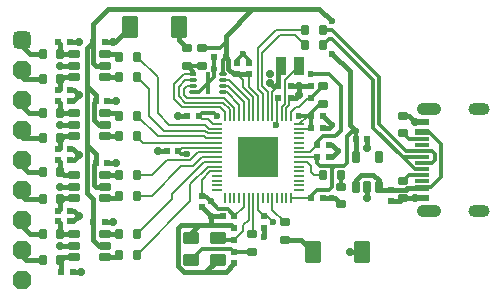
<source format=gtl>
G04*
G04 #@! TF.GenerationSoftware,Altium Limited,Altium Designer,24.3.1 (35)*
G04*
G04 Layer_Physical_Order=1*
G04 Layer_Color=255*
%FSLAX25Y25*%
%MOIN*%
G70*
G04*
G04 #@! TF.SameCoordinates,57CFF2C1-F6F0-495B-A43E-250286006A87*
G04*
G04*
G04 #@! TF.FilePolarity,Positive*
G04*
G01*
G75*
%ADD13R,0.02362X0.02362*%
G04:AMPARAMS|DCode=14|XSize=33.47mil|YSize=23.62mil|CornerRadius=2.36mil|HoleSize=0mil|Usage=FLASHONLY|Rotation=90.000|XOffset=0mil|YOffset=0mil|HoleType=Round|Shape=RoundedRectangle|*
%AMROUNDEDRECTD14*
21,1,0.03347,0.01890,0,0,90.0*
21,1,0.02874,0.02362,0,0,90.0*
1,1,0.00472,0.00945,0.01437*
1,1,0.00472,0.00945,-0.01437*
1,1,0.00472,-0.00945,-0.01437*
1,1,0.00472,-0.00945,0.01437*
%
%ADD14ROUNDEDRECTD14*%
G04:AMPARAMS|DCode=15|XSize=33.47mil|YSize=23.62mil|CornerRadius=2.36mil|HoleSize=0mil|Usage=FLASHONLY|Rotation=0.000|XOffset=0mil|YOffset=0mil|HoleType=Round|Shape=RoundedRectangle|*
%AMROUNDEDRECTD15*
21,1,0.03347,0.01890,0,0,0.0*
21,1,0.02874,0.02362,0,0,0.0*
1,1,0.00472,0.01437,-0.00945*
1,1,0.00472,-0.01437,-0.00945*
1,1,0.00472,-0.01437,0.00945*
1,1,0.00472,0.01437,0.00945*
%
%ADD15ROUNDEDRECTD15*%
%ADD16R,0.13386X0.13386*%
G04:AMPARAMS|DCode=17|XSize=7.87mil|YSize=35.43mil|CornerRadius=1.97mil|HoleSize=0mil|Usage=FLASHONLY|Rotation=0.000|XOffset=0mil|YOffset=0mil|HoleType=Round|Shape=RoundedRectangle|*
%AMROUNDEDRECTD17*
21,1,0.00787,0.03150,0,0,0.0*
21,1,0.00394,0.03543,0,0,0.0*
1,1,0.00394,0.00197,-0.01575*
1,1,0.00394,-0.00197,-0.01575*
1,1,0.00394,-0.00197,0.01575*
1,1,0.00394,0.00197,0.01575*
%
%ADD17ROUNDEDRECTD17*%
G04:AMPARAMS|DCode=18|XSize=7.87mil|YSize=35.43mil|CornerRadius=1.97mil|HoleSize=0mil|Usage=FLASHONLY|Rotation=90.000|XOffset=0mil|YOffset=0mil|HoleType=Round|Shape=RoundedRectangle|*
%AMROUNDEDRECTD18*
21,1,0.00787,0.03150,0,0,90.0*
21,1,0.00394,0.03543,0,0,90.0*
1,1,0.00394,0.01575,0.00197*
1,1,0.00394,0.01575,-0.00197*
1,1,0.00394,-0.01575,-0.00197*
1,1,0.00394,-0.01575,0.00197*
%
%ADD18ROUNDEDRECTD18*%
%ADD19R,0.03543X0.00787*%
G04:AMPARAMS|DCode=20|XSize=41.34mil|YSize=51.18mil|CornerRadius=6.2mil|HoleSize=0mil|Usage=FLASHONLY|Rotation=270.000|XOffset=0mil|YOffset=0mil|HoleType=Round|Shape=RoundedRectangle|*
%AMROUNDEDRECTD20*
21,1,0.04134,0.03878,0,0,270.0*
21,1,0.02894,0.05118,0,0,270.0*
1,1,0.01240,-0.01939,-0.01447*
1,1,0.01240,-0.01939,0.01447*
1,1,0.01240,0.01939,0.01447*
1,1,0.01240,0.01939,-0.01447*
%
%ADD20ROUNDEDRECTD20*%
%ADD21R,0.04528X0.02362*%
%ADD22R,0.04528X0.01181*%
%ADD23R,0.02362X0.02362*%
G04:AMPARAMS|DCode=24|XSize=31.5mil|YSize=62.99mil|CornerRadius=3.15mil|HoleSize=0mil|Usage=FLASHONLY|Rotation=180.000|XOffset=0mil|YOffset=0mil|HoleType=Round|Shape=RoundedRectangle|*
%AMROUNDEDRECTD24*
21,1,0.03150,0.05669,0,0,180.0*
21,1,0.02520,0.06299,0,0,180.0*
1,1,0.00630,-0.01260,0.02835*
1,1,0.00630,0.01260,0.02835*
1,1,0.00630,0.01260,-0.02835*
1,1,0.00630,-0.01260,-0.02835*
%
%ADD24ROUNDEDRECTD24*%
G04:AMPARAMS|DCode=25|XSize=11.81mil|YSize=23.62mil|CornerRadius=1.77mil|HoleSize=0mil|Usage=FLASHONLY|Rotation=90.000|XOffset=0mil|YOffset=0mil|HoleType=Round|Shape=RoundedRectangle|*
%AMROUNDEDRECTD25*
21,1,0.01181,0.02008,0,0,90.0*
21,1,0.00827,0.02362,0,0,90.0*
1,1,0.00354,0.01004,0.00413*
1,1,0.00354,0.01004,-0.00413*
1,1,0.00354,-0.01004,-0.00413*
1,1,0.00354,-0.01004,0.00413*
%
%ADD25ROUNDEDRECTD25*%
%ADD26R,0.02362X0.01181*%
G04:AMPARAMS|DCode=27|XSize=15.75mil|YSize=70.87mil|CornerRadius=2.36mil|HoleSize=0mil|Usage=FLASHONLY|Rotation=180.000|XOffset=0mil|YOffset=0mil|HoleType=Round|Shape=RoundedRectangle|*
%AMROUNDEDRECTD27*
21,1,0.01575,0.06614,0,0,180.0*
21,1,0.01102,0.07087,0,0,180.0*
1,1,0.00472,-0.00551,0.03307*
1,1,0.00472,0.00551,0.03307*
1,1,0.00472,0.00551,-0.03307*
1,1,0.00472,-0.00551,-0.03307*
%
%ADD27ROUNDEDRECTD27*%
G04:AMPARAMS|DCode=28|XSize=23.62mil|YSize=43.31mil|CornerRadius=4.72mil|HoleSize=0mil|Usage=FLASHONLY|Rotation=90.000|XOffset=0mil|YOffset=0mil|HoleType=Round|Shape=RoundedRectangle|*
%AMROUNDEDRECTD28*
21,1,0.02362,0.03386,0,0,90.0*
21,1,0.01417,0.04331,0,0,90.0*
1,1,0.00945,0.01693,0.00709*
1,1,0.00945,0.01693,-0.00709*
1,1,0.00945,-0.01693,-0.00709*
1,1,0.00945,-0.01693,0.00709*
%
%ADD28ROUNDEDRECTD28*%
%ADD29R,0.01968X0.02362*%
G04:AMPARAMS|DCode=30|XSize=23.62mil|YSize=43.31mil|CornerRadius=4.72mil|HoleSize=0mil|Usage=FLASHONLY|Rotation=180.000|XOffset=0mil|YOffset=0mil|HoleType=Round|Shape=RoundedRectangle|*
%AMROUNDEDRECTD30*
21,1,0.02362,0.03386,0,0,180.0*
21,1,0.01417,0.04331,0,0,180.0*
1,1,0.00945,-0.00709,0.01693*
1,1,0.00945,0.00709,0.01693*
1,1,0.00945,0.00709,-0.01693*
1,1,0.00945,-0.00709,-0.01693*
%
%ADD30ROUNDEDRECTD30*%
G04:AMPARAMS|DCode=31|XSize=70.87mil|YSize=53.15mil|CornerRadius=5.32mil|HoleSize=0mil|Usage=FLASHONLY|Rotation=270.000|XOffset=0mil|YOffset=0mil|HoleType=Round|Shape=RoundedRectangle|*
%AMROUNDEDRECTD31*
21,1,0.07087,0.04252,0,0,270.0*
21,1,0.06024,0.05315,0,0,270.0*
1,1,0.01063,-0.02126,-0.03012*
1,1,0.01063,-0.02126,0.03012*
1,1,0.01063,0.02126,0.03012*
1,1,0.01063,0.02126,-0.03012*
%
%ADD31ROUNDEDRECTD31*%
G04:AMPARAMS|DCode=50|XSize=39.37mil|YSize=82.68mil|CornerRadius=19.68mil|HoleSize=0mil|Usage=FLASHONLY|Rotation=90.000|XOffset=0mil|YOffset=0mil|HoleType=Round|Shape=RoundedRectangle|*
%AMROUNDEDRECTD50*
21,1,0.03937,0.04331,0,0,90.0*
21,1,0.00000,0.08268,0,0,90.0*
1,1,0.03937,0.02165,0.00000*
1,1,0.03937,0.02165,0.00000*
1,1,0.03937,-0.02165,0.00000*
1,1,0.03937,-0.02165,0.00000*
%
%ADD50ROUNDEDRECTD50*%
G04:AMPARAMS|DCode=51|XSize=39.37mil|YSize=70.87mil|CornerRadius=19.68mil|HoleSize=0mil|Usage=FLASHONLY|Rotation=90.000|XOffset=0mil|YOffset=0mil|HoleType=Round|Shape=RoundedRectangle|*
%AMROUNDEDRECTD51*
21,1,0.03937,0.03150,0,0,90.0*
21,1,0.00000,0.07087,0,0,90.0*
1,1,0.03937,0.01575,0.00000*
1,1,0.03937,0.01575,0.00000*
1,1,0.03937,-0.01575,0.00000*
1,1,0.03937,-0.01575,0.00000*
%
%ADD51ROUNDEDRECTD51*%
%AMCUSTOMSHAPE55*
4,1,8,-0.01939,0.02067,-0.02559,0.01447,-0.02559,-0.01447,-0.01939,-0.02067,0.01939,-0.02067,0.02559,-0.01447,0.02559,0.01447,0.01939,0.02067,-0.01939,0.02067,0.0*%
%ADD55CUSTOMSHAPE55*%

%ADD56C,0.01575*%
%ADD57C,0.01181*%
%ADD58C,0.00800*%
G04:AMPARAMS|DCode=59|XSize=59.06mil|YSize=59.06mil|CornerRadius=0mil|HoleSize=0mil|Usage=FLASHONLY|Rotation=270.000|XOffset=0mil|YOffset=0mil|HoleType=Round|Shape=Octagon|*
%AMOCTAGOND59*
4,1,8,-0.01476,-0.02953,0.01476,-0.02953,0.02953,-0.01476,0.02953,0.01476,0.01476,0.02953,-0.01476,0.02953,-0.02953,0.01476,-0.02953,-0.01476,-0.01476,-0.02953,0.0*
%
%ADD59OCTAGOND59*%

G04:AMPARAMS|DCode=60|XSize=59.06mil|YSize=59.06mil|CornerRadius=14.76mil|HoleSize=0mil|Usage=FLASHONLY|Rotation=270.000|XOffset=0mil|YOffset=0mil|HoleType=Round|Shape=RoundedRectangle|*
%AMROUNDEDRECTD60*
21,1,0.05906,0.02953,0,0,270.0*
21,1,0.02953,0.05906,0,0,270.0*
1,1,0.02953,-0.01476,-0.01476*
1,1,0.02953,-0.01476,0.01476*
1,1,0.02953,0.01476,0.01476*
1,1,0.02953,0.01476,-0.01476*
%
%ADD60ROUNDEDRECTD60*%
%ADD61C,0.02756*%
%ADD62C,0.02400*%
%ADD63C,0.02362*%
D13*
X24016Y94488D02*
D03*
X27953D02*
D03*
Y78347D02*
D03*
X24016D02*
D03*
Y74803D02*
D03*
X27953D02*
D03*
Y58661D02*
D03*
X24016D02*
D03*
Y55118D02*
D03*
X27953D02*
D03*
Y38189D02*
D03*
X24016D02*
D03*
Y34646D02*
D03*
X27953D02*
D03*
X28740Y17717D02*
D03*
X24803D02*
D03*
X39370Y34449D02*
D03*
X35433D02*
D03*
X40354Y54134D02*
D03*
X36417D02*
D03*
X40354Y74803D02*
D03*
X36417D02*
D03*
X70866Y69882D02*
D03*
X66929D02*
D03*
X39370Y94488D02*
D03*
X35433D02*
D03*
X123031Y62008D02*
D03*
X126969D02*
D03*
X110236Y60039D02*
D03*
X114173D02*
D03*
X79724Y89567D02*
D03*
X75787D02*
D03*
X63976Y58071D02*
D03*
X60039D02*
D03*
X82677Y36417D02*
D03*
X78740D02*
D03*
X108268Y42323D02*
D03*
X112205D02*
D03*
X108268Y65945D02*
D03*
X112205D02*
D03*
X110236Y56102D02*
D03*
X114173D02*
D03*
X108268Y69882D02*
D03*
X112205D02*
D03*
D14*
X44291Y82677D02*
D03*
X50197D02*
D03*
X24606Y90551D02*
D03*
X18701D02*
D03*
X44291Y89567D02*
D03*
X50197D02*
D03*
X24606Y70866D02*
D03*
X18701D02*
D03*
X44291Y62992D02*
D03*
X50197D02*
D03*
X24606Y82284D02*
D03*
X18701D02*
D03*
X44291Y69882D02*
D03*
X50197D02*
D03*
X24606Y62598D02*
D03*
X18701D02*
D03*
Y51181D02*
D03*
X24606D02*
D03*
X50197Y50197D02*
D03*
X44291D02*
D03*
X18701Y42126D02*
D03*
X24606D02*
D03*
X50197Y43307D02*
D03*
X44291D02*
D03*
X18701Y30512D02*
D03*
X24606D02*
D03*
X50197D02*
D03*
X44291D02*
D03*
X18701Y21654D02*
D03*
X24606D02*
D03*
X50197Y23622D02*
D03*
X44291D02*
D03*
X112205Y98425D02*
D03*
X106299D02*
D03*
Y93504D02*
D03*
X112205D02*
D03*
X118110Y50197D02*
D03*
X112205D02*
D03*
D15*
X88583Y30512D02*
D03*
Y24606D02*
D03*
X138779Y63976D02*
D03*
Y69882D02*
D03*
Y42323D02*
D03*
Y48228D02*
D03*
X112205Y73819D02*
D03*
Y79724D02*
D03*
X66929Y92520D02*
D03*
Y86614D02*
D03*
X71850Y92520D02*
D03*
Y86614D02*
D03*
X99410Y28543D02*
D03*
Y34449D02*
D03*
X118110Y40354D02*
D03*
Y46260D02*
D03*
D16*
X90551Y56102D02*
D03*
D17*
X79528Y69882D02*
D03*
X81102D02*
D03*
X82677D02*
D03*
X84252D02*
D03*
X85827D02*
D03*
X87402D02*
D03*
X88976D02*
D03*
X90551D02*
D03*
X92126D02*
D03*
X93701D02*
D03*
X95276D02*
D03*
X96850D02*
D03*
X98425D02*
D03*
X100000D02*
D03*
X101575D02*
D03*
Y42323D02*
D03*
X100000D02*
D03*
X98425D02*
D03*
X96850D02*
D03*
X95276D02*
D03*
X93701D02*
D03*
X92126D02*
D03*
X90551D02*
D03*
X88976D02*
D03*
X87402D02*
D03*
X85827D02*
D03*
X84252D02*
D03*
X82677D02*
D03*
X81102D02*
D03*
X79528D02*
D03*
D18*
X104331Y67126D02*
D03*
Y65551D02*
D03*
Y63976D02*
D03*
Y62402D02*
D03*
Y60827D02*
D03*
Y59252D02*
D03*
Y57677D02*
D03*
Y56102D02*
D03*
Y54527D02*
D03*
Y52953D02*
D03*
Y51378D02*
D03*
Y49803D02*
D03*
Y48228D02*
D03*
Y46654D02*
D03*
Y45079D02*
D03*
X76772D02*
D03*
Y46654D02*
D03*
Y48228D02*
D03*
Y49803D02*
D03*
Y51378D02*
D03*
Y52953D02*
D03*
Y54527D02*
D03*
Y56102D02*
D03*
Y57677D02*
D03*
Y59252D02*
D03*
Y60827D02*
D03*
Y62402D02*
D03*
Y63976D02*
D03*
Y65551D02*
D03*
D19*
Y67126D02*
D03*
D20*
X77362Y21949D02*
D03*
X68307D02*
D03*
Y29232D02*
D03*
D21*
X145315Y64567D02*
D03*
Y45669D02*
D03*
Y67716D02*
D03*
Y42520D02*
D03*
D22*
Y62008D02*
D03*
Y60039D02*
D03*
Y58071D02*
D03*
Y56102D02*
D03*
Y54134D02*
D03*
Y52165D02*
D03*
Y50197D02*
D03*
Y48228D02*
D03*
D23*
X83661Y87598D02*
D03*
Y83661D02*
D03*
X87598D02*
D03*
Y87598D02*
D03*
X71850Y43307D02*
D03*
Y39370D02*
D03*
X108268Y75787D02*
D03*
Y79724D02*
D03*
X134843Y45276D02*
D03*
Y41339D02*
D03*
X82677Y24606D02*
D03*
Y20669D02*
D03*
Y28543D02*
D03*
Y32480D02*
D03*
X92520Y36417D02*
D03*
Y32480D02*
D03*
D24*
X104331Y86614D02*
D03*
X98032D02*
D03*
D25*
X78937Y77756D02*
D03*
Y79724D02*
D03*
Y81693D02*
D03*
Y83661D02*
D03*
X68701Y77756D02*
D03*
Y79724D02*
D03*
Y81693D02*
D03*
D26*
Y83661D02*
D03*
D27*
X73819Y80709D02*
D03*
D28*
X39567Y70669D02*
D03*
Y66929D02*
D03*
Y63189D02*
D03*
X29331D02*
D03*
Y66929D02*
D03*
Y70669D02*
D03*
X39567Y90354D02*
D03*
Y86614D02*
D03*
Y82874D02*
D03*
X29331D02*
D03*
Y86614D02*
D03*
Y90354D02*
D03*
Y30315D02*
D03*
Y26575D02*
D03*
Y22835D02*
D03*
X39567D02*
D03*
Y26575D02*
D03*
Y30315D02*
D03*
X29331Y50000D02*
D03*
Y46260D02*
D03*
Y42520D02*
D03*
X39567D02*
D03*
Y46260D02*
D03*
Y50000D02*
D03*
D29*
X97244Y79724D02*
D03*
X101575D02*
D03*
Y75787D02*
D03*
X97244D02*
D03*
D30*
X123228Y46063D02*
D03*
X126969D02*
D03*
X130709D02*
D03*
Y56299D02*
D03*
X123228D02*
D03*
D31*
X47933Y99410D02*
D03*
X64272D02*
D03*
X125295Y24606D02*
D03*
X108957D02*
D03*
D50*
X147579Y72126D02*
D03*
Y38110D02*
D03*
D51*
X164035Y72126D02*
D03*
Y38110D02*
D03*
D55*
X77362Y29232D02*
D03*
D56*
X24803Y17717D02*
Y21457D01*
X24606Y21654D02*
X24803Y21457D01*
X24606Y30512D02*
Y34055D01*
X24016Y34646D02*
X24606Y34055D01*
X25000Y41732D02*
X25787Y42520D01*
X24606Y38780D02*
Y42126D01*
X24016Y38189D02*
X24606Y38780D01*
Y51181D02*
Y54528D01*
X24016Y55118D02*
X24606Y54528D01*
X24902Y62303D02*
X25787Y63189D01*
X24606Y59252D02*
Y62598D01*
X24016Y58661D02*
X24606Y59252D01*
Y70866D02*
Y74213D01*
X24016Y74803D02*
X24606Y74213D01*
Y81693D02*
X25787Y82874D01*
X24606Y81693D02*
Y82284D01*
Y78937D02*
Y81693D01*
X24016Y78347D02*
X24606Y78937D01*
X24016Y94488D02*
X24606Y93898D01*
Y90551D02*
Y93898D01*
X27953Y94488D02*
X30709D01*
X28731Y74803D02*
X30699Y76772D01*
X27953Y74803D02*
X28731D01*
X29124Y78347D02*
X30699Y76772D01*
X27953Y78347D02*
X29124D01*
X29124Y55118D02*
X30699Y56693D01*
X27953Y55118D02*
X29124D01*
X28731Y58661D02*
X30699Y56693D01*
X27953Y58661D02*
X28731D01*
X28740Y34646D02*
X30709Y36614D01*
X27953Y34646D02*
X28740D01*
X29134Y38189D02*
X30709Y36614D01*
X27953Y38189D02*
X29134D01*
X28740Y17717D02*
X31496D01*
X12835Y42126D02*
X18701D01*
X9843Y45118D02*
X12835Y42126D01*
X9843Y65118D02*
X12362Y62598D01*
X18701D01*
X12677Y82284D02*
X18701D01*
X9843Y85118D02*
X12677Y82284D01*
X33465Y60039D02*
Y79724D01*
X24606Y46260D02*
X29331D01*
X24606Y26575D02*
X29331D01*
X35433Y34449D02*
Y42126D01*
X33465Y44094D02*
Y60039D01*
Y44094D02*
X35433Y42126D01*
Y87598D02*
X36417Y86614D01*
X35433Y87598D02*
Y94488D01*
X92520Y29528D02*
Y32480D01*
X74803Y33465D02*
X81693D01*
X82677Y32480D01*
X70866Y33465D02*
X74803D01*
X64961D02*
X70866D01*
X68307Y30906D02*
X70866Y33465D01*
X68307Y29232D02*
Y30906D01*
X72835Y17717D02*
X79724D01*
X65945D02*
X72835D01*
X77067Y21949D01*
X77362D01*
X79724Y17717D02*
X82677Y20669D01*
X63976Y19685D02*
X65945Y17717D01*
X63976Y19685D02*
Y32480D01*
X64961Y33465D01*
Y33465D01*
X74803D02*
Y36417D01*
X122539Y65453D02*
X123031Y64961D01*
X121063Y66929D02*
Y84646D01*
X115157Y90551D02*
X121063Y84646D01*
Y66929D02*
X122539Y65453D01*
X111024Y105512D02*
X115157Y101378D01*
Y101378D02*
Y101378D01*
X88386Y105512D02*
X111024D01*
X97244Y79724D02*
Y85827D01*
X98032Y86614D01*
X94488Y80709D02*
X95472Y79724D01*
X35827Y74213D02*
X36417Y74803D01*
X35827Y68504D02*
X37402Y66929D01*
X35827Y68504D02*
Y74213D01*
Y46850D02*
Y53543D01*
Y46850D02*
X36417Y46260D01*
X35827Y53543D02*
X36417Y54134D01*
X9843Y25118D02*
X13307Y21654D01*
X18701D01*
X9843Y35118D02*
X14449Y30512D01*
X18701D01*
X9843Y55118D02*
X13780Y51181D01*
X18701D01*
X9843Y75118D02*
X14095Y70866D01*
X18701D01*
X9843Y95118D02*
X14410Y90551D01*
X18701D01*
X63976Y69882D02*
X66929D01*
X121063Y24606D02*
X125295D01*
X105020Y28543D02*
X108957Y24606D01*
X99410Y28543D02*
X105020D01*
X116142Y42323D02*
X118110Y40354D01*
X115157Y42323D02*
X116142D01*
X112205D02*
X115157D01*
X123031Y62008D02*
X123228Y61811D01*
Y56299D02*
Y61811D01*
X126969Y59055D02*
Y62008D01*
X112205Y69882D02*
X115157Y66929D01*
X88386Y105512D02*
X88583Y105315D01*
X40551Y105512D02*
X88386D01*
X79724Y96457D02*
X88583Y105315D01*
X64272Y95177D02*
X66929Y92520D01*
X64272Y95177D02*
Y99410D01*
X42323Y94488D02*
X43012D01*
X47933Y99410D01*
X35433Y100394D02*
X40551Y105512D01*
X79724Y94488D02*
Y96457D01*
Y89567D02*
Y94488D01*
Y89567D02*
X80673Y88618D01*
X35433Y94488D02*
Y100394D01*
X40354Y54134D02*
X43307D01*
X36417Y46260D02*
X39567D01*
X33465Y60039D02*
X36417Y57087D01*
Y54134D02*
Y57087D01*
X33465Y79724D02*
Y92520D01*
Y79724D02*
X36417Y76772D01*
Y74803D02*
Y76772D01*
X39567Y50000D02*
X39764Y50197D01*
X44291D01*
X39567Y42520D02*
X43504D01*
X44291Y43307D01*
X39567Y22835D02*
X43504D01*
X44291Y23622D01*
X39567Y30315D02*
X39764Y30512D01*
X44291D01*
X39370Y34449D02*
X42323D01*
X35433Y28543D02*
Y34449D01*
Y28543D02*
X37402Y26575D01*
X39567D01*
X33465Y92520D02*
X35433Y94488D01*
X40354Y74803D02*
X43307D01*
X37402Y66929D02*
X39567D01*
X39370Y94488D02*
X42323D01*
X36417Y86614D02*
X39567D01*
X44094Y63189D02*
X44291Y62992D01*
X39567Y63189D02*
X44094D01*
X43504Y70669D02*
X44291Y69882D01*
X39567Y70669D02*
X43504D01*
X44094Y82874D02*
X44291Y82677D01*
X39567Y82874D02*
X44094D01*
X43504Y90354D02*
X44291Y89567D01*
X39567Y90354D02*
X43504D01*
X25787Y82874D02*
X29331D01*
X24606Y66929D02*
X29331D01*
X24606Y70866D02*
X24803Y70669D01*
X29331D01*
X25787Y63189D02*
X29331D01*
X25787Y42520D02*
X29331D01*
X24606Y51181D02*
X25787Y50000D01*
X29331D01*
X24606Y21654D02*
X25787Y22835D01*
X29331D01*
X24606Y30512D02*
X24803Y30315D01*
X29331D01*
X24606Y86614D02*
X29331D01*
X24606Y90551D02*
X24803Y90354D01*
X29331D01*
X137795Y41339D02*
X138779Y42323D01*
X134843Y41339D02*
X137795D01*
X138779Y42323D02*
X142717D01*
X140748Y69882D02*
X142717Y67913D01*
X138779Y69882D02*
X140748D01*
X142717Y42323D02*
X142913Y42520D01*
X145315D01*
X125000Y50197D02*
X128937D01*
X123228Y48425D02*
X125000Y50197D01*
X123228Y46063D02*
Y48425D01*
X128937Y50197D02*
X130709Y48425D01*
Y46063D02*
Y48425D01*
X126969Y42323D02*
Y46063D01*
X130709D02*
X131496Y45276D01*
X134843D01*
X140148Y45660D02*
X140889D01*
X139764Y45276D02*
X140148Y45660D01*
X140899Y45669D02*
X145315D01*
X140889Y45660D02*
X140899Y45669D01*
X134843Y45276D02*
X139764D01*
X80673Y85614D02*
Y88618D01*
X82625Y83661D02*
X83661D01*
X80673Y85614D02*
X82625Y83661D01*
X83661D02*
X87598D01*
X115157Y56102D02*
X117126Y58071D01*
X114173Y56102D02*
X115157D01*
X115157Y60039D02*
X117126Y58071D01*
X114173Y60039D02*
X115157D01*
X104331Y79724D02*
X108268D01*
X114173Y65945D02*
X115157Y66929D01*
X112205Y65945D02*
X114173D01*
X101575Y79724D02*
X104331D01*
X71850Y39370D02*
X74803Y36417D01*
X78740D01*
X101575Y75787D02*
X103347D01*
X104331Y76772D01*
Y79724D01*
X95472D02*
X97244D01*
X57087Y58071D02*
X60039D01*
D57*
X151575Y49606D02*
Y60630D01*
X147638Y64567D02*
X151575Y60630D01*
X145315Y64567D02*
X147638D01*
X145905Y46260D02*
X148228D01*
X151575Y49606D01*
X78051Y28543D02*
X82677D01*
X77362Y29232D02*
X78051Y28543D01*
X81693Y25591D02*
X82677Y24606D01*
X71949Y25591D02*
X81693D01*
X68307Y21949D02*
X71949Y25591D01*
X82677Y24606D02*
X88583D01*
X108268Y83661D02*
X114173D01*
X112205Y93504D02*
X114173Y95472D01*
X115157D01*
X112205Y98425D02*
X115157D01*
X128937Y65945D02*
Y81693D01*
X115157Y95472D02*
X128937Y81693D01*
X115157Y98425D02*
X130905Y82677D01*
Y67126D02*
Y82677D01*
Y67126D02*
X139961Y58071D01*
X145315D01*
X128937Y65945D02*
X138779Y56102D01*
X118110Y46260D02*
Y50197D01*
X108268Y43307D02*
X110236Y45276D01*
X108268Y42323D02*
Y43307D01*
X116142Y53150D02*
X119095D01*
X111221D02*
X116142D01*
X110236Y45276D02*
X114173D01*
X115157Y46260D01*
Y52165D01*
X116142Y53150D01*
Y53150D01*
X122047Y64961D02*
X123031D01*
X120079Y62992D02*
X122047Y64961D01*
X120079Y54134D02*
Y62992D01*
X119095Y53150D02*
X120079Y54134D01*
X110236D02*
X111221Y53150D01*
X110236Y54134D02*
Y56102D01*
X108268Y65945D02*
Y69882D01*
X118110Y64961D02*
Y79724D01*
X114173Y83661D02*
X118110Y79724D01*
X116142Y62992D02*
X118110Y64961D01*
X112205Y62992D02*
X116142D01*
X83661Y88583D02*
X85630Y90551D01*
X83661Y87598D02*
Y88583D01*
X85630Y90551D02*
X87598Y88583D01*
Y87598D02*
Y88583D01*
X73819Y80709D02*
X75787Y82677D01*
Y85630D01*
X75787Y85630D01*
Y89567D01*
X70866Y77756D02*
X73819Y80709D01*
X68701Y77756D02*
X70866D01*
X66929Y86614D02*
X68701Y84842D01*
Y83661D02*
Y84842D01*
X66929Y86614D02*
X71850D01*
X77756Y92520D02*
X79724Y94488D01*
X71850Y92520D02*
X77756D01*
X78740Y88583D02*
X79724Y89567D01*
X78740Y83858D02*
Y88583D01*
Y83858D02*
X78937Y83661D01*
X145315Y45669D02*
X145905Y46260D01*
X138779Y48228D02*
X140748Y50197D01*
X145315D01*
X138779Y56102D02*
X142717Y52165D01*
X145315D01*
X149606Y55118D02*
Y57087D01*
X148622Y58071D02*
X149606Y57087D01*
X145315Y58071D02*
X148622D01*
X148622Y54134D02*
X149606Y55118D01*
X145315Y54134D02*
X148622D01*
X138779Y56102D02*
X145315D01*
X138779Y63976D02*
X140748Y62008D01*
X145315D01*
X108268Y69882D02*
Y70866D01*
X111221Y73819D01*
X112205D01*
X110639Y78050D02*
Y78159D01*
X109942Y77353D02*
X110639Y78050D01*
X109833Y77353D02*
X109942D01*
X110639Y78159D02*
X112205Y79724D01*
X108268Y75787D02*
X109833Y77353D01*
X107087Y69882D02*
X108268D01*
X104331D02*
X107087D01*
X123031Y62008D02*
Y64961D01*
X110236Y61024D02*
X112205Y62992D01*
X110236Y60039D02*
Y61024D01*
X82677Y36417D02*
Y36526D01*
X74803Y41339D02*
X77353Y38789D01*
X80414D01*
X82677Y36526D01*
X72835Y43307D02*
X74803Y41339D01*
X71850Y43307D02*
X72835D01*
X63976Y58071D02*
X64748Y57299D01*
X66929D01*
X70866Y69882D02*
X71850Y70866D01*
X75787D01*
X76772Y69882D01*
D58*
X90551Y92520D02*
X96457Y98425D01*
X90551Y78740D02*
Y92520D01*
X96457Y98425D02*
X106299D01*
X97829Y96845D02*
X102958D01*
X91951Y79702D02*
Y90967D01*
X97829Y96845D01*
X102958D02*
X106299Y93504D01*
X88976Y69882D02*
Y75984D01*
X85630Y79331D02*
Y81693D01*
Y79331D02*
X88976Y75984D01*
X61917Y42232D02*
Y43807D01*
X50197Y30512D02*
X61917Y42232D01*
X93504Y36417D02*
X95472Y34449D01*
X92520Y36417D02*
X93504D01*
X90551Y38386D02*
X92520Y36417D01*
X87402Y35236D02*
Y42323D01*
X85630Y33465D02*
X87402Y35236D01*
X85630Y31496D02*
Y33465D01*
X88583Y30512D02*
X88976Y30906D01*
X82677Y28543D02*
X85630Y31496D01*
X90551Y38386D02*
Y42323D01*
X50197Y23622D02*
X67948Y41373D01*
Y47081D01*
X82677Y36417D02*
X85827Y39567D01*
Y42323D01*
X99410Y81693D02*
X104331Y86614D01*
X99410Y73819D02*
Y81693D01*
X100000Y69882D02*
Y72430D01*
X100990Y73420D01*
Y75203D01*
X98425Y72835D02*
X99410Y73819D01*
X98425Y69882D02*
Y72835D01*
X90551Y78740D02*
X92126Y77165D01*
X62598Y75591D02*
Y80315D01*
X65354Y72835D02*
X77756D01*
X62598Y75591D02*
X65354Y72835D01*
X64173Y76378D02*
X66316Y74235D01*
X78904D01*
X64173Y76378D02*
Y79528D01*
X62598Y80315D02*
X65945Y83661D01*
X64173Y79528D02*
X66339Y81693D01*
X65945Y78740D02*
X66929Y79724D01*
X65945Y76772D02*
X66929Y75787D01*
X65945Y76772D02*
Y78740D01*
X66929Y75787D02*
X79331D01*
X66339Y81693D02*
X68701D01*
X66929Y79724D02*
X68701D01*
X80512D02*
X85827Y74410D01*
X78937Y79724D02*
X80512D01*
X85827Y69882D02*
Y74410D01*
X87402Y69882D02*
Y75197D01*
X78937Y81693D02*
X80905D01*
X87402Y75197D01*
X78937Y77756D02*
X80118D01*
X84252Y69882D02*
Y73622D01*
X80118Y77756D02*
X84252Y73622D01*
X81096Y69888D02*
Y72042D01*
X82677Y69882D02*
Y72441D01*
X79331Y75787D02*
X82677Y72441D01*
X78904Y74235D02*
X81096Y72042D01*
Y69888D02*
X81102Y69882D01*
X90551D02*
Y76378D01*
X87598Y79331D02*
Y83661D01*
Y79331D02*
X90551Y76378D01*
X92126Y69882D02*
Y77165D01*
X93701Y69882D02*
Y77953D01*
X91951Y79702D02*
X93701Y77953D01*
X73819Y52953D02*
X76772D01*
X67948Y47081D02*
X73819Y52953D01*
X74606Y51378D02*
X76772D01*
X71850Y43307D02*
Y48622D01*
X74606Y51378D01*
X72638Y54527D02*
X76772D01*
X61917Y43807D02*
X72638Y54527D01*
X64961Y53150D02*
X68898D01*
X71850Y56102D02*
X76772D01*
X68898Y53150D02*
X71850Y56102D01*
X70472Y57677D02*
X76772D01*
X60039Y55118D02*
X67913D01*
X70472Y57677D01*
X54134Y69882D02*
X59055Y64961D01*
X50197Y82677D02*
X54134Y78740D01*
Y69882D02*
Y78740D01*
X57087Y70866D02*
X61024Y66929D01*
X50197Y89567D02*
X57087Y82677D01*
Y70866D02*
Y82677D01*
X55118Y50197D02*
X60039Y55118D01*
X50197Y50197D02*
X55118D01*
X50197Y43307D02*
X55118D01*
X64961Y53150D01*
X95276Y38583D02*
X99410Y34449D01*
X101575Y42323D02*
X108268D01*
X109252Y50197D02*
X112205D01*
X108268Y51181D02*
X109252Y50197D01*
X108268Y51181D02*
Y53150D01*
X106890Y54527D02*
X108268Y53150D01*
X104331Y54527D02*
X106890D01*
X104331Y56102D02*
X110236D01*
X96622Y66698D02*
X96850Y66926D01*
Y69882D01*
X101575Y71063D02*
X103347Y72835D01*
X101575Y69882D02*
Y71063D01*
X103347Y72835D02*
X104331D01*
X107283Y75787D02*
X108268D01*
X104331Y72835D02*
X107283Y75787D01*
X100990Y75203D02*
X101575Y75787D01*
X104331Y67126D02*
X107087Y69882D01*
X107874Y65551D02*
X108268Y65945D01*
X104331Y65551D02*
X107874D01*
X107874Y57677D02*
X110236Y60039D01*
X104331Y57677D02*
X107874D01*
X95276Y38583D02*
Y42323D01*
X88976Y30906D02*
Y42323D01*
X50197Y62992D02*
X52362Y60827D01*
X50197Y69882D02*
X50197D01*
X65945Y83661D02*
X68701D01*
X83661D02*
X85630Y81693D01*
X96850Y75394D02*
X97244Y75787D01*
X96850Y69882D02*
Y75394D01*
X95260Y77740D02*
X97244Y79724D01*
X95276Y69882D02*
Y74176D01*
X95260Y74192D02*
X95276Y74176D01*
X95260Y74192D02*
Y77740D01*
X63976Y58071D02*
X65158Y59252D01*
X70866Y69882D02*
X71850Y68898D01*
X73819D01*
X75591Y67126D01*
X76772D01*
X61024Y66929D02*
X72857D01*
X74235Y65551D01*
X72846Y64961D02*
X73830Y63976D01*
X74235Y65551D02*
X76772D01*
X59055Y64961D02*
X72846D01*
X73830Y63976D02*
X76772D01*
X72563Y62992D02*
X73154Y62402D01*
X57087Y62992D02*
X72563D01*
X73154Y62402D02*
X76772D01*
X52362Y60827D02*
X76772D01*
X50197Y69882D02*
X57087Y62992D01*
X65158Y59252D02*
X76772D01*
X77756Y72835D02*
X79528Y71063D01*
Y69882D02*
Y71063D01*
D59*
X11811Y25118D02*
D03*
Y35118D02*
D03*
Y55118D02*
D03*
Y65118D02*
D03*
Y75118D02*
D03*
Y85118D02*
D03*
Y45118D02*
D03*
Y15118D02*
D03*
D60*
Y95118D02*
D03*
D61*
X31496Y17717D02*
D03*
X30699Y56693D02*
D03*
Y76772D02*
D03*
X30709Y94488D02*
D03*
X24606Y46260D02*
D03*
X24606Y26575D02*
D03*
X30709Y36614D02*
D03*
X94488Y80709D02*
D03*
X121063Y24606D02*
D03*
X126969Y59055D02*
D03*
X104331Y79724D02*
D03*
X142717Y42323D02*
D03*
X42323Y94488D02*
D03*
X43307Y54134D02*
D03*
Y74803D02*
D03*
X42323Y34449D02*
D03*
X24606Y86614D02*
D03*
Y66929D02*
D03*
X104331Y76772D02*
D03*
X94488Y83661D02*
D03*
X142717Y67913D02*
D03*
X126969Y42323D02*
D03*
X57087Y58071D02*
D03*
X63976Y69882D02*
D03*
D62*
X94882Y51772D02*
D03*
X90551D02*
D03*
X86221D02*
D03*
X94882Y56102D02*
D03*
X90551D02*
D03*
X86221D02*
D03*
X94882Y60433D02*
D03*
X90551D02*
D03*
X86221D02*
D03*
D63*
X95472Y34449D02*
D03*
X115157Y90551D02*
D03*
X108268Y83661D02*
D03*
X115157Y101378D02*
D03*
Y66929D02*
D03*
X85630Y90551D02*
D03*
X75787Y85630D02*
D03*
X76772Y69882D02*
D03*
X96622Y66698D02*
D03*
X117126Y58071D02*
D03*
X104331Y69882D02*
D03*
X74803Y36417D02*
D03*
Y41339D02*
D03*
X123031Y64961D02*
D03*
X92520Y29528D02*
D03*
X115157Y42323D02*
D03*
X66929Y57299D02*
D03*
M02*

</source>
